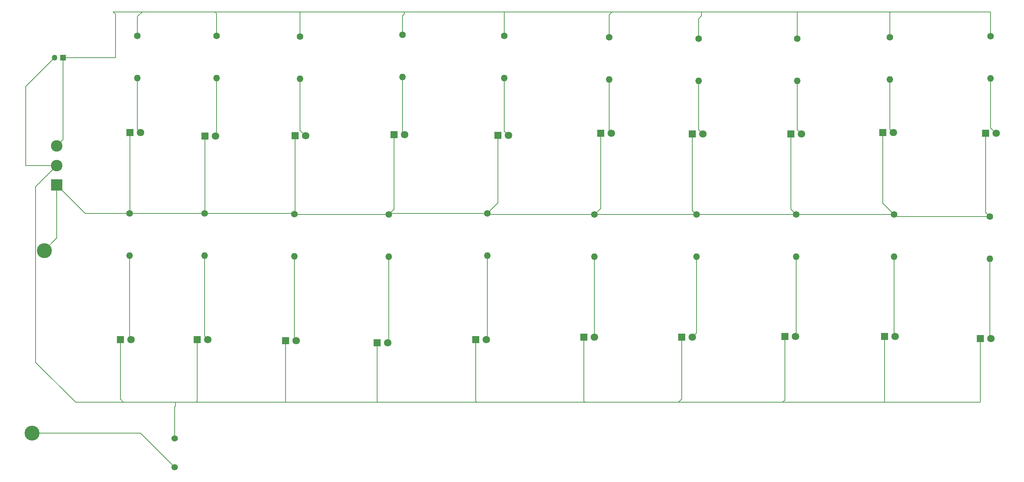
<source format=gtl>
G04 #@! TF.GenerationSoftware,KiCad,Pcbnew,8.0.1-rc1*
G04 #@! TF.CreationDate,2024-09-01T13:52:46-05:00*
G04 #@! TF.ProjectId,PauseSwitch,50617573-6553-4776-9974-63682e6b6963,rev?*
G04 #@! TF.SameCoordinates,Original*
G04 #@! TF.FileFunction,Copper,L1,Top*
G04 #@! TF.FilePolarity,Positive*
%FSLAX46Y46*%
G04 Gerber Fmt 4.6, Leading zero omitted, Abs format (unit mm)*
G04 Created by KiCad (PCBNEW 8.0.1-rc1) date 2024-09-01 13:52:46*
%MOMM*%
%LPD*%
G01*
G04 APERTURE LIST*
G04 #@! TA.AperFunction,ComponentPad*
%ADD10C,1.600000*%
G04 #@! TD*
G04 #@! TA.AperFunction,ComponentPad*
%ADD11O,1.600000X1.600000*%
G04 #@! TD*
G04 #@! TA.AperFunction,ComponentPad*
%ADD12C,1.524000*%
G04 #@! TD*
G04 #@! TA.AperFunction,ComponentPad*
%ADD13R,1.800000X1.800000*%
G04 #@! TD*
G04 #@! TA.AperFunction,ComponentPad*
%ADD14C,1.800000*%
G04 #@! TD*
G04 #@! TA.AperFunction,ComponentPad*
%ADD15R,2.775000X2.775000*%
G04 #@! TD*
G04 #@! TA.AperFunction,ComponentPad*
%ADD16C,2.775000*%
G04 #@! TD*
G04 #@! TA.AperFunction,ComponentPad*
%ADD17C,3.600000*%
G04 #@! TD*
G04 #@! TA.AperFunction,ComponentPad*
%ADD18R,1.350000X1.350000*%
G04 #@! TD*
G04 #@! TA.AperFunction,ComponentPad*
%ADD19O,1.350000X1.350000*%
G04 #@! TD*
G04 #@! TA.AperFunction,Conductor*
%ADD20C,0.200000*%
G04 #@! TD*
G04 APERTURE END LIST*
D10*
X135500000Y-78080000D03*
D11*
X135500000Y-88240000D03*
D12*
X60313500Y-139200000D03*
X60313500Y-132200000D03*
D10*
X233290000Y-78325000D03*
D11*
X233290000Y-88485000D03*
D10*
X256330000Y-78825000D03*
D11*
X256330000Y-88985000D03*
D13*
X67580000Y-59420000D03*
D14*
X70120000Y-59420000D03*
D10*
X51330000Y-35245000D03*
D11*
X51330000Y-45405000D03*
D10*
X90500000Y-35420000D03*
D11*
X90500000Y-45580000D03*
D10*
X67500000Y-78080000D03*
D11*
X67500000Y-88240000D03*
D10*
X111790000Y-78325000D03*
D11*
X111790000Y-88485000D03*
D15*
X32000000Y-71200000D03*
D16*
X32000000Y-66500000D03*
X32000000Y-61800000D03*
D10*
X115080000Y-35070000D03*
D11*
X115080000Y-45230000D03*
D10*
X210000000Y-35920000D03*
D11*
X210000000Y-46080000D03*
D13*
X109040000Y-109230000D03*
D14*
X111580000Y-109230000D03*
D13*
X132750000Y-108405000D03*
D14*
X135290000Y-108405000D03*
D10*
X70370000Y-35245000D03*
D11*
X70370000Y-45405000D03*
D10*
X89080000Y-78230000D03*
D11*
X89080000Y-88390000D03*
D10*
X161290000Y-78325000D03*
D11*
X161290000Y-88485000D03*
D13*
X158750000Y-107825000D03*
D14*
X161290000Y-107825000D03*
D13*
X255290000Y-58745000D03*
D14*
X257830000Y-58745000D03*
D17*
X29000000Y-87000000D03*
D13*
X254080000Y-108150000D03*
D14*
X256620000Y-108150000D03*
D13*
X49580000Y-58570000D03*
D14*
X52120000Y-58570000D03*
D13*
X162790000Y-58745000D03*
D14*
X165330000Y-58745000D03*
D10*
X164790000Y-35665000D03*
D11*
X164790000Y-45825000D03*
D13*
X184790000Y-58920000D03*
D14*
X187330000Y-58920000D03*
D13*
X207040000Y-107650000D03*
D14*
X209580000Y-107650000D03*
D13*
X89250000Y-59325000D03*
D14*
X91790000Y-59325000D03*
D13*
X113080000Y-59070000D03*
D14*
X115620000Y-59070000D03*
D13*
X65750000Y-108405000D03*
D14*
X68290000Y-108405000D03*
D13*
X230580000Y-58570000D03*
D14*
X233120000Y-58570000D03*
D10*
X139580000Y-35245000D03*
D11*
X139580000Y-45405000D03*
D13*
X231040000Y-107650000D03*
D14*
X233580000Y-107650000D03*
D10*
X232330000Y-35665000D03*
D11*
X232330000Y-45825000D03*
D10*
X49500000Y-78000000D03*
D11*
X49500000Y-88160000D03*
D10*
X209790000Y-78325000D03*
D11*
X209790000Y-88485000D03*
D18*
X33500000Y-40500000D03*
D19*
X31500000Y-40500000D03*
D13*
X182250000Y-107825000D03*
D14*
X184790000Y-107825000D03*
D13*
X87040000Y-108730000D03*
D14*
X89580000Y-108730000D03*
D13*
X138080000Y-59245000D03*
D14*
X140620000Y-59245000D03*
D13*
X208500000Y-58920000D03*
D14*
X211040000Y-58920000D03*
D10*
X185790000Y-78325000D03*
D11*
X185790000Y-88485000D03*
D13*
X47250000Y-108405000D03*
D14*
X49790000Y-108405000D03*
D10*
X186290000Y-35920000D03*
D11*
X186290000Y-46080000D03*
D10*
X256540000Y-35340000D03*
D11*
X256540000Y-45500000D03*
D17*
X26000000Y-131000000D03*
D20*
X52113500Y-131000000D02*
X60313500Y-139200000D01*
X26000000Y-131000000D02*
X52113500Y-131000000D01*
X51330000Y-57780000D02*
X52120000Y-58570000D01*
X51330000Y-45405000D02*
X51330000Y-57780000D01*
X230580000Y-75615000D02*
X233290000Y-78325000D01*
X209790000Y-78325000D02*
X185790000Y-78325000D01*
X162790000Y-76825000D02*
X161290000Y-78325000D01*
X112035000Y-78080000D02*
X111790000Y-78325000D01*
X135500000Y-78080000D02*
X112035000Y-78080000D01*
X89250000Y-78060000D02*
X89080000Y-78230000D01*
X230580000Y-58570000D02*
X230580000Y-75615000D01*
X49580000Y-58570000D02*
X49580000Y-77920000D01*
X138080000Y-59245000D02*
X138080000Y-75500000D01*
X88730000Y-78230000D02*
X88580000Y-78080000D01*
X89175000Y-78325000D02*
X89080000Y-78230000D01*
X184790000Y-58920000D02*
X184790000Y-77325000D01*
X32000000Y-84000000D02*
X29000000Y-87000000D01*
X138080000Y-75500000D02*
X135500000Y-78080000D01*
X113080000Y-59070000D02*
X113080000Y-77035000D01*
X255290000Y-58745000D02*
X255290000Y-77785000D01*
X256330000Y-78825000D02*
X233790000Y-78825000D01*
X208500000Y-77035000D02*
X209790000Y-78325000D01*
X255290000Y-77785000D02*
X256330000Y-78825000D01*
X49500000Y-78000000D02*
X38800000Y-78000000D01*
X88580000Y-78080000D02*
X67500000Y-78080000D01*
X67580000Y-59420000D02*
X67580000Y-78000000D01*
X233790000Y-78825000D02*
X233290000Y-78325000D01*
X208500000Y-58920000D02*
X208500000Y-77035000D01*
X184790000Y-77325000D02*
X185790000Y-78325000D01*
X38800000Y-78000000D02*
X32000000Y-71200000D01*
X233290000Y-78325000D02*
X209790000Y-78325000D01*
X49580000Y-78080000D02*
X49500000Y-78000000D01*
X135745000Y-78325000D02*
X135500000Y-78080000D01*
X49580000Y-77920000D02*
X49500000Y-78000000D01*
X161290000Y-78325000D02*
X135745000Y-78325000D01*
X185790000Y-78325000D02*
X161290000Y-78325000D01*
X111790000Y-78325000D02*
X89175000Y-78325000D01*
X32000000Y-71200000D02*
X32000000Y-84000000D01*
X67580000Y-78000000D02*
X67500000Y-78080000D01*
X113080000Y-77035000D02*
X111790000Y-78325000D01*
X89250000Y-59325000D02*
X89250000Y-78060000D01*
X162790000Y-58745000D02*
X162790000Y-76825000D01*
X89080000Y-78230000D02*
X88730000Y-78230000D01*
X67500000Y-78080000D02*
X49580000Y-78080000D01*
X70370000Y-45405000D02*
X70370000Y-59170000D01*
X70370000Y-59170000D02*
X70120000Y-59420000D01*
X90500000Y-58035000D02*
X91790000Y-59325000D01*
X90500000Y-45580000D02*
X90500000Y-58035000D01*
X115080000Y-45230000D02*
X115080000Y-58530000D01*
X115080000Y-58530000D02*
X115620000Y-59070000D01*
X139580000Y-45405000D02*
X139580000Y-58205000D01*
X139580000Y-58205000D02*
X140620000Y-59245000D01*
X164790000Y-45825000D02*
X164790000Y-58205000D01*
X164790000Y-58205000D02*
X165330000Y-58745000D01*
X186290000Y-57880000D02*
X187330000Y-58920000D01*
X186290000Y-46080000D02*
X186290000Y-57880000D01*
X210000000Y-57880000D02*
X211040000Y-58920000D01*
X210000000Y-46080000D02*
X210000000Y-57880000D01*
X232330000Y-57780000D02*
X233120000Y-58570000D01*
X232330000Y-45825000D02*
X232330000Y-57780000D01*
X256540000Y-57455000D02*
X257830000Y-58745000D01*
X256540000Y-45500000D02*
X256540000Y-57455000D01*
X49500000Y-108115000D02*
X49790000Y-108405000D01*
X49500000Y-88160000D02*
X49500000Y-108115000D01*
X67500000Y-88240000D02*
X67500000Y-107615000D01*
X67500000Y-107615000D02*
X68290000Y-108405000D01*
X89080000Y-108230000D02*
X89580000Y-108730000D01*
X89080000Y-88390000D02*
X89080000Y-108230000D01*
X111790000Y-109020000D02*
X111580000Y-109230000D01*
X111790000Y-88485000D02*
X111790000Y-109020000D01*
X135500000Y-88240000D02*
X135500000Y-108195000D01*
X135500000Y-108195000D02*
X135290000Y-108405000D01*
X161290000Y-88485000D02*
X161290000Y-107825000D01*
X185790000Y-88485000D02*
X185790000Y-106825000D01*
X185790000Y-106825000D02*
X184790000Y-107825000D01*
X209790000Y-107440000D02*
X209580000Y-107650000D01*
X209790000Y-88485000D02*
X209790000Y-107440000D01*
X233290000Y-88485000D02*
X233290000Y-107360000D01*
X233290000Y-107360000D02*
X233580000Y-107650000D01*
X256330000Y-107860000D02*
X256620000Y-108150000D01*
X256330000Y-88985000D02*
X256330000Y-107860000D01*
X65500000Y-123500000D02*
X60500000Y-123500000D01*
X182250000Y-107825000D02*
X182250000Y-122750000D01*
X87000000Y-123500000D02*
X65500000Y-123500000D01*
X206500000Y-123500000D02*
X181500000Y-123500000D01*
X48000000Y-123500000D02*
X36500000Y-123500000D01*
X24500000Y-47500000D02*
X24500000Y-66500000D01*
X87040000Y-108730000D02*
X87040000Y-123460000D01*
X47250000Y-122750000D02*
X48000000Y-123500000D01*
X36500000Y-123500000D02*
X26900000Y-113900000D01*
X133000000Y-123500000D02*
X109000000Y-123500000D01*
X26900000Y-71600000D02*
X32000000Y-66500000D01*
X158750000Y-107825000D02*
X158750000Y-123250000D01*
X254000000Y-123500000D02*
X231000000Y-123500000D01*
X109000000Y-123500000D02*
X87000000Y-123500000D01*
X181500000Y-123500000D02*
X159000000Y-123500000D01*
X60500000Y-123500000D02*
X48000000Y-123500000D01*
X231040000Y-107650000D02*
X231040000Y-123460000D01*
X207040000Y-107650000D02*
X207040000Y-122960000D01*
X231000000Y-123500000D02*
X206500000Y-123500000D01*
X47250000Y-108405000D02*
X47250000Y-122750000D01*
X182250000Y-122750000D02*
X181500000Y-123500000D01*
X24500000Y-66500000D02*
X32000000Y-66500000D01*
X60500000Y-123500000D02*
X60500000Y-124500000D01*
X231040000Y-123460000D02*
X231000000Y-123500000D01*
X132750000Y-108405000D02*
X132750000Y-123250000D01*
X254080000Y-123420000D02*
X254000000Y-123500000D01*
X65750000Y-108405000D02*
X65750000Y-123250000D01*
X158750000Y-123250000D02*
X159000000Y-123500000D01*
X31500000Y-40500000D02*
X24500000Y-47500000D01*
X60313500Y-124686500D02*
X60313500Y-132200000D01*
X207040000Y-122960000D02*
X206500000Y-123500000D01*
X254080000Y-108150000D02*
X254080000Y-123420000D01*
X87040000Y-123460000D02*
X87000000Y-123500000D01*
X109040000Y-109230000D02*
X109040000Y-123460000D01*
X60500000Y-124500000D02*
X60313500Y-124686500D01*
X132750000Y-123250000D02*
X133000000Y-123500000D01*
X65750000Y-123250000D02*
X65500000Y-123500000D01*
X109040000Y-123460000D02*
X109000000Y-123500000D01*
X159000000Y-123500000D02*
X133000000Y-123500000D01*
X26900000Y-113900000D02*
X26900000Y-71600000D01*
X187000000Y-29500000D02*
X210000000Y-29500000D01*
X186035000Y-35665000D02*
X186290000Y-35920000D01*
X70000000Y-29500000D02*
X70370000Y-29870000D01*
X115080000Y-30420000D02*
X115080000Y-35070000D01*
X90500000Y-29500000D02*
X115500000Y-29500000D01*
X139500000Y-29500000D02*
X165500000Y-29500000D01*
X46075000Y-40500000D02*
X46075000Y-30075000D01*
X139405000Y-35070000D02*
X139580000Y-35245000D01*
X115500000Y-29500000D02*
X139500000Y-29500000D01*
X164370000Y-35245000D02*
X164790000Y-35665000D01*
X46500000Y-29500000D02*
X52500000Y-29500000D01*
X139580000Y-29580000D02*
X139580000Y-35245000D01*
X256500000Y-29500000D02*
X256540000Y-29540000D01*
X33500000Y-40500000D02*
X33500000Y-60300000D01*
X210000000Y-29500000D02*
X232500000Y-29500000D01*
X115500000Y-30000000D02*
X115080000Y-30420000D01*
X165500000Y-29500000D02*
X164790000Y-30210000D01*
X256215000Y-35665000D02*
X256540000Y-35340000D01*
X232500000Y-29500000D02*
X256500000Y-29500000D01*
X210000000Y-29500000D02*
X210000000Y-35920000D01*
X164790000Y-30210000D02*
X164790000Y-35665000D01*
X90325000Y-35245000D02*
X90500000Y-35420000D01*
X232075000Y-35920000D02*
X232330000Y-35665000D01*
X115500000Y-29500000D02*
X115500000Y-30000000D01*
X90500000Y-29500000D02*
X90500000Y-35420000D01*
X51330000Y-30670000D02*
X51330000Y-35245000D01*
X45500000Y-29500000D02*
X46500000Y-29500000D01*
X52500000Y-29500000D02*
X70000000Y-29500000D01*
X165500000Y-29500000D02*
X187000000Y-29500000D01*
X187000000Y-29500000D02*
X187000000Y-30500000D01*
X114730000Y-35420000D02*
X115080000Y-35070000D01*
X70370000Y-29870000D02*
X70370000Y-35245000D01*
X46075000Y-30075000D02*
X45500000Y-29500000D01*
X186290000Y-31210000D02*
X186290000Y-35920000D01*
X33500000Y-40500000D02*
X46075000Y-40500000D01*
X139500000Y-29500000D02*
X139580000Y-29580000D01*
X232500000Y-29500000D02*
X232330000Y-29670000D01*
X232330000Y-29670000D02*
X232330000Y-35665000D01*
X70000000Y-29500000D02*
X90500000Y-29500000D01*
X256540000Y-29540000D02*
X256540000Y-35340000D01*
X33500000Y-60300000D02*
X32000000Y-61800000D01*
X187000000Y-30500000D02*
X186290000Y-31210000D01*
X52500000Y-29500000D02*
X51330000Y-30670000D01*
M02*

</source>
